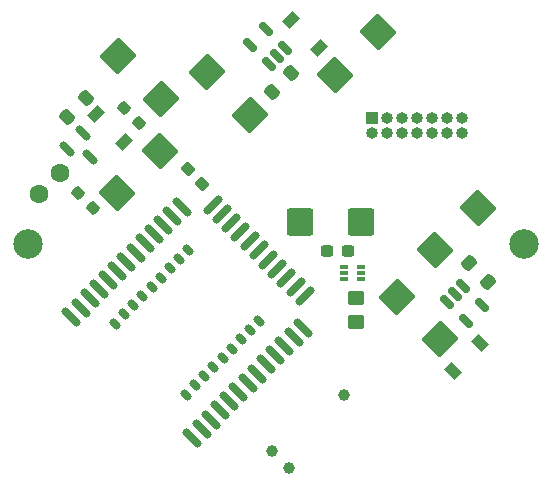
<source format=gbr>
%TF.GenerationSoftware,KiCad,Pcbnew,8.0.5*%
%TF.CreationDate,2025-04-26T14:00:33+02:00*%
%TF.ProjectId,vlvts,766c7674-732e-46b6-9963-61645f706362,rev?*%
%TF.SameCoordinates,Original*%
%TF.FileFunction,Soldermask,Bot*%
%TF.FilePolarity,Negative*%
%FSLAX46Y46*%
G04 Gerber Fmt 4.6, Leading zero omitted, Abs format (unit mm)*
G04 Created by KiCad (PCBNEW 8.0.5) date 2025-04-26 14:00:33*
%MOMM*%
%LPD*%
G01*
G04 APERTURE LIST*
G04 Aperture macros list*
%AMRoundRect*
0 Rectangle with rounded corners*
0 $1 Rounding radius*
0 $2 $3 $4 $5 $6 $7 $8 $9 X,Y pos of 4 corners*
0 Add a 4 corners polygon primitive as box body*
4,1,4,$2,$3,$4,$5,$6,$7,$8,$9,$2,$3,0*
0 Add four circle primitives for the rounded corners*
1,1,$1+$1,$2,$3*
1,1,$1+$1,$4,$5*
1,1,$1+$1,$6,$7*
1,1,$1+$1,$8,$9*
0 Add four rect primitives between the rounded corners*
20,1,$1+$1,$2,$3,$4,$5,0*
20,1,$1+$1,$4,$5,$6,$7,0*
20,1,$1+$1,$6,$7,$8,$9,0*
20,1,$1+$1,$8,$9,$2,$3,0*%
%AMHorizOval*
0 Thick line with rounded ends*
0 $1 width*
0 $2 $3 position (X,Y) of the first rounded end (center of the circle)*
0 $4 $5 position (X,Y) of the second rounded end (center of the circle)*
0 Add line between two ends*
20,1,$1,$2,$3,$4,$5,0*
0 Add two circle primitives to create the rounded ends*
1,1,$1,$2,$3*
1,1,$1,$4,$5*%
%AMRotRect*
0 Rectangle, with rotation*
0 The origin of the aperture is its center*
0 $1 length*
0 $2 width*
0 $3 Rotation angle, in degrees counterclockwise*
0 Add horizontal line*
21,1,$1,$2,0,0,$3*%
G04 Aperture macros list end*
%ADD10C,0.990600*%
%ADD11RoundRect,0.250000X1.272792X0.035355X0.035355X1.272792X-1.272792X-0.035355X-0.035355X-1.272792X0*%
%ADD12RoundRect,0.150000X-0.521491X0.309359X0.309359X-0.521491X0.521491X-0.309359X-0.309359X0.521491X0*%
%ADD13C,1.600000*%
%ADD14HorizOval,1.600000X0.000000X0.000000X0.000000X0.000000X0*%
%ADD15R,1.000000X1.000000*%
%ADD16O,1.000000X1.000000*%
%ADD17RoundRect,0.250000X0.875000X0.925000X-0.875000X0.925000X-0.875000X-0.925000X0.875000X-0.925000X0*%
%ADD18RoundRect,0.250000X0.053033X-0.441942X0.441942X-0.053033X-0.053033X0.441942X-0.441942X0.053033X0*%
%ADD19RoundRect,0.250000X0.035355X-1.272792X1.272792X-0.035355X-0.035355X1.272792X-1.272792X0.035355X0*%
%ADD20RoundRect,0.237500X-0.344715X0.008839X0.008839X-0.344715X0.344715X-0.008839X-0.008839X0.344715X0*%
%ADD21C,2.500000*%
%ADD22RoundRect,0.250000X-0.035355X1.272792X-1.272792X0.035355X0.035355X-1.272792X1.272792X-0.035355X0*%
%ADD23RoundRect,0.175000X-0.707107X0.459619X0.459619X-0.707107X0.707107X-0.459619X-0.459619X0.707107X0*%
%ADD24RoundRect,0.175000X0.459619X0.707107X-0.707107X-0.459619X-0.459619X-0.707107X0.707107X0.459619X0*%
%ADD25RoundRect,0.175000X-0.353553X0.106066X0.106066X-0.353553X0.353553X-0.106066X-0.106066X0.353553X0*%
%ADD26RoundRect,0.150000X-0.468458X0.256326X0.256326X-0.468458X0.468458X-0.256326X-0.256326X0.468458X0*%
%ADD27RotRect,0.900000X1.200000X135.000000*%
%ADD28RotRect,0.900000X1.200000X315.000000*%
%ADD29RoundRect,0.237500X0.380070X-0.044194X-0.044194X0.380070X-0.380070X0.044194X0.044194X-0.380070X0*%
%ADD30RotRect,0.900000X1.200000X45.000000*%
%ADD31RoundRect,0.237500X0.300000X0.237500X-0.300000X0.237500X-0.300000X-0.237500X0.300000X-0.237500X0*%
%ADD32RoundRect,0.250000X-0.053033X0.441942X-0.441942X0.053033X0.053033X-0.441942X0.441942X-0.053033X0*%
%ADD33R,0.700000X0.340000*%
%ADD34RoundRect,0.250000X-0.450000X0.350000X-0.450000X-0.350000X0.450000X-0.350000X0.450000X0.350000X0*%
%ADD35RoundRect,0.150000X0.468458X-0.256326X-0.256326X0.468458X-0.468458X0.256326X0.256326X-0.468458X0*%
%ADD36RoundRect,0.250000X-1.272792X-0.035355X-0.035355X-1.272792X1.272792X0.035355X0.035355X1.272792X0*%
%ADD37RoundRect,0.250000X-0.441942X-0.053033X-0.053033X-0.441942X0.441942X0.053033X0.053033X0.441942X0*%
G04 APERTURE END LIST*
D10*
%TO.C,J5*%
X84745064Y-112856910D03*
X80075331Y-118963484D03*
X78638490Y-117526643D03*
%TD*%
D11*
%TO.C,C2*%
X76775590Y-89082064D03*
X73169346Y-85475820D03*
%TD*%
D12*
%TO.C,U1*%
X61278762Y-91973484D03*
X62622265Y-90629981D03*
X63276339Y-92627558D03*
%TD*%
D13*
%TO.C,TH1*%
X58953949Y-95796051D03*
D14*
X60750000Y-94000000D03*
%TD*%
D15*
%TO.C,J3*%
X87175000Y-89375000D03*
D16*
X87175000Y-90645000D03*
X88445000Y-89375000D03*
X88445000Y-90645000D03*
X89715000Y-89375000D03*
X89715000Y-90645000D03*
X90985000Y-89375000D03*
X90985000Y-90645000D03*
X92255000Y-89375000D03*
X92255000Y-90645000D03*
X93525000Y-89375000D03*
X93525000Y-90645000D03*
X94795000Y-89375000D03*
X94795000Y-90645000D03*
%TD*%
D17*
%TO.C,C8*%
X86171178Y-98146446D03*
X81071178Y-98146446D03*
%TD*%
D18*
%TO.C,L3*%
X78649424Y-87194092D03*
X80275770Y-85567746D03*
%TD*%
D19*
%TO.C,C6*%
X84018056Y-85699568D03*
X87624300Y-82093324D03*
%TD*%
D20*
%TO.C,R2*%
X62209530Y-95709530D03*
X63500000Y-97000000D03*
%TD*%
D21*
%TO.C,H4*%
X58000000Y-99999999D03*
%TD*%
D22*
%TO.C,C3*%
X69168117Y-92119092D03*
X65561873Y-95725336D03*
%TD*%
D20*
%TO.C,R6*%
X66151431Y-88511398D03*
X67441901Y-89801868D03*
%TD*%
D23*
%TO.C,U6*%
X61678707Y-106200675D03*
X62456525Y-105422858D03*
X63234342Y-104645041D03*
X64012160Y-103867223D03*
X64789977Y-103089406D03*
X65567795Y-102311588D03*
X66345612Y-101533771D03*
X67123429Y-100755953D03*
X67901247Y-99978136D03*
X68679064Y-99200318D03*
X69456882Y-98422501D03*
X70234699Y-97644683D03*
X71012517Y-96866866D03*
D24*
X73664167Y-96690089D03*
X74441985Y-97467907D03*
X75219802Y-98245724D03*
X75997620Y-99023542D03*
X76775437Y-99801359D03*
X77553254Y-100579177D03*
X78331072Y-101356994D03*
X79108889Y-102134811D03*
X79886707Y-102912629D03*
X80664524Y-103690446D03*
X81442342Y-104468264D03*
D23*
X81265565Y-107119914D03*
X80487748Y-107897732D03*
X79709930Y-108675549D03*
X78932113Y-109453367D03*
X78154295Y-110231184D03*
X77376478Y-111009002D03*
X76598660Y-111786819D03*
X75820843Y-112564636D03*
X75043025Y-113342454D03*
X74265208Y-114120271D03*
X73487390Y-114898089D03*
X72709573Y-115675906D03*
X71931756Y-116453724D03*
D25*
X65355662Y-106766361D03*
X66133480Y-105988543D03*
X66911297Y-105210726D03*
X67689115Y-104432909D03*
X68466932Y-103655091D03*
X69244750Y-102877274D03*
X70022567Y-102099456D03*
X70800385Y-101321639D03*
X71578202Y-100543821D03*
X71366070Y-112776769D03*
X72143888Y-111998951D03*
X72921705Y-111221134D03*
X73699522Y-110443316D03*
X74477340Y-109665499D03*
X75255157Y-108887681D03*
X76032975Y-108109864D03*
X76810792Y-107332046D03*
X77588610Y-106554229D03*
%TD*%
D26*
%TO.C,U2*%
X93466124Y-104968457D03*
X94137875Y-104296706D03*
X94809626Y-103624955D03*
X96418294Y-105233623D03*
X95074792Y-106577125D03*
%TD*%
D27*
%TO.C,D42*%
X66113604Y-91363603D03*
X63780152Y-89030151D03*
%TD*%
D28*
%TO.C,D44*%
X80271529Y-81083272D03*
X82604981Y-83416724D03*
%TD*%
D29*
%TO.C,C9*%
X72744929Y-94922322D03*
X71525169Y-93702562D03*
%TD*%
D30*
%TO.C,D43*%
X93950395Y-110771847D03*
X96283847Y-108438395D03*
%TD*%
D31*
%TO.C,C7*%
X85071178Y-100646446D03*
X83346178Y-100646446D03*
%TD*%
D21*
%TO.C,H3*%
X100000000Y-100000000D03*
%TD*%
D32*
%TO.C,L1*%
X62931624Y-87686649D03*
X61305278Y-89312995D03*
%TD*%
D22*
%TO.C,C5*%
X96082064Y-96949514D03*
X92475820Y-100555758D03*
%TD*%
D11*
%TO.C,C4*%
X92856244Y-108106242D03*
X89250000Y-104499998D03*
%TD*%
D33*
%TO.C,U4*%
X84728678Y-103008445D03*
X84728678Y-102508445D03*
X84728678Y-102008445D03*
X86228678Y-102008445D03*
X86228678Y-102508445D03*
X86228678Y-103008445D03*
%TD*%
D34*
%TO.C,R1*%
X85740677Y-104646446D03*
X85740677Y-106646446D03*
%TD*%
D35*
%TO.C,U3*%
X79757815Y-83446070D03*
X79086064Y-84117821D03*
X78414313Y-84789572D03*
X76805645Y-83180904D03*
X78149147Y-81837402D03*
%TD*%
D36*
%TO.C,C1*%
X65643756Y-84143756D03*
X69250000Y-87750000D03*
%TD*%
D37*
%TO.C,L2*%
X95304247Y-101624902D03*
X96930593Y-103251248D03*
%TD*%
M02*

</source>
